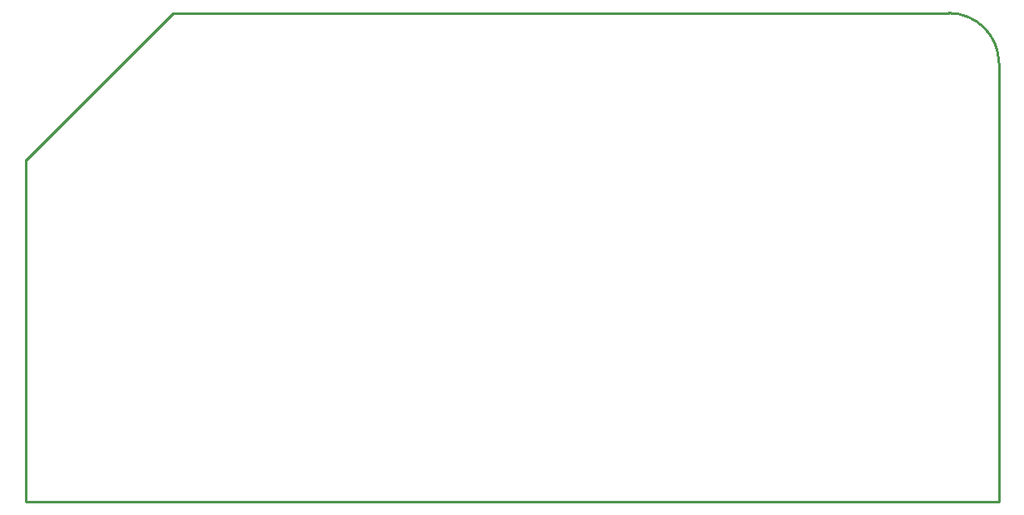
<source format=gko>
G04 Layer: BoardOutlineLayer*
G04 EasyEDA v6.5.42, 2024-04-02 15:41:54*
G04 2b23fd05ff384805b3ab63b0522f50a2,2162b387b2864a4d85882ef8f1f27c6b,10*
G04 Gerber Generator version 0.2*
G04 Scale: 100 percent, Rotated: No, Reflected: No *
G04 Dimensions in millimeters *
G04 leading zeros omitted , absolute positions ,4 integer and 5 decimal *
%FSLAX45Y45*%
%MOMM*%

%ADD10C,0.2540*%
D10*
X762000Y-11659615D02*
G01*
X10668000Y-11659615D01*
X762000Y-11659615D02*
G01*
X762000Y-8174710D01*
X10668000Y-11659615D02*
G01*
X10668000Y-7189215D01*
G75*
G01*
X10668000Y-7189216D02*
G03*
X10160000Y-6681216I-509995J-1995D01*
X10160000Y-6681215D02*
G01*
X2260600Y-6681215D01*
X762000Y-8179815D02*
G01*
X2260600Y-6681215D01*

%LPD*%
M02*

</source>
